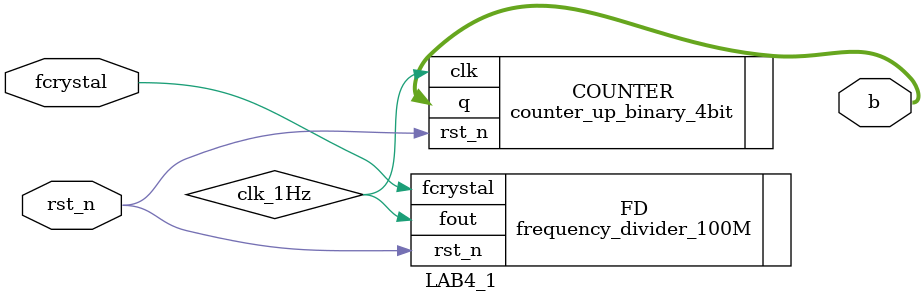
<source format=v>
`timescale 1ns / 1ps


module LAB4_1(                       // TOP
    output [3:0] b,                  // LEDs display binary 4'b0000 ~ 4'b1111
    input        fcrystal,           // 100M Hz global clock
    input        rst_n               // active low reset
    );
    wire clk_1Hz;                    // 1 Hz 50% duty clock
    
    frequency_divider_100M FD(       // 100M Hz to 1 Hz frequency divider
        .fout(clk_1Hz),              // 1 Hz 50% duty clock
        .fcrystal(fcrystal),         // 100M Hz global clock
        .rst_n(rst_n)                // active low reset
        );
    
    counter_up_binary_4bit COUNTER(  // 4-bit binary up counter
        .q(b),                       // binary 4'b0000 ~ 4'b1111
        .clk(clk_1Hz),               // 1 Hz 50% duty clock
        .rst_n(rst_n)                // active low reset
        );
    
endmodule                            // LAB4_1

</source>
